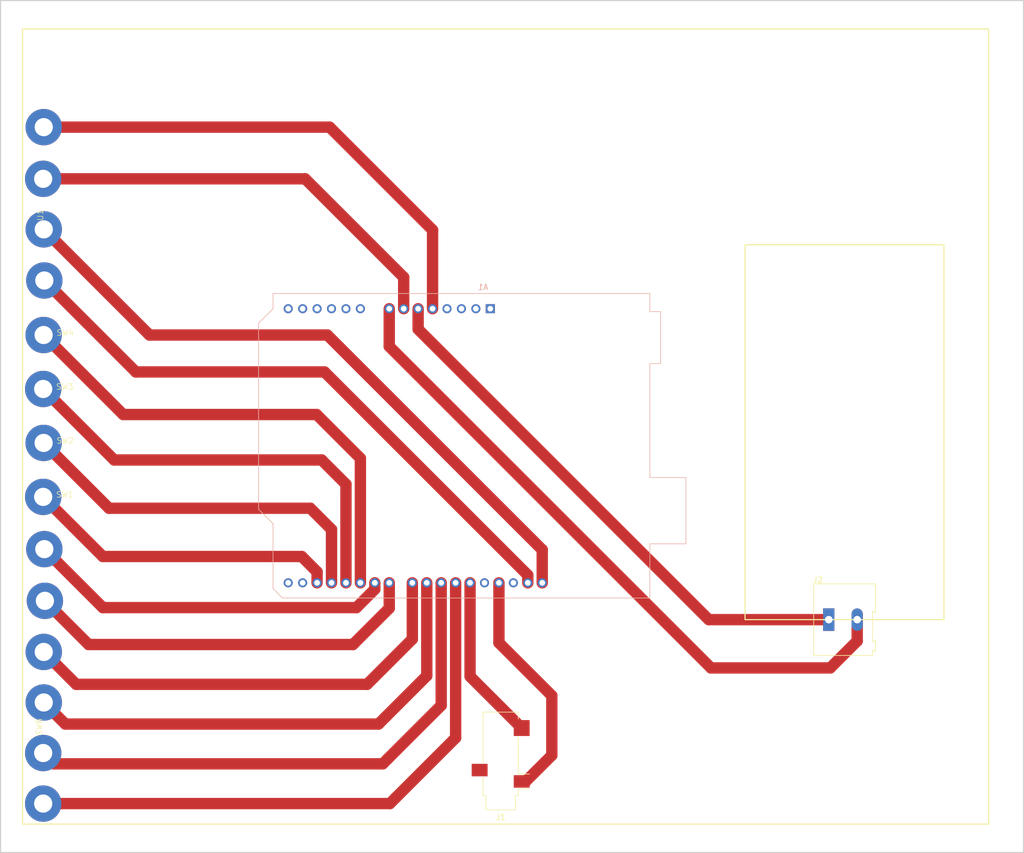
<source format=kicad_pcb>
(kicad_pcb (version 20241229) (generator "pcbnew") (generator_version "9.0")
  (layers (0 "F.Cu" signal) (2 "B.Cu" signal) (13 "F.Paste" user) (15 "B.Paste" user) (5 "F.SilkS" user "F.Silkscreen") (7 "B.SilkS" user "B.Silkscreen") (1 "F.Mask" user) (3 "B.Mask" user) (25 "Edge.Cuts" user))
  (net 0 "")
  (net 1 "Net-(A1-D12)")
  (net 4 "Net-(A1-D5)")
  (net 5 "Net-(A1-D10)")
  (net 8 "Net-(A1-D7)")
  (net 10 "+5V_Arduino")
  (net 12 "GND")
  (net 13 "Net-(A1-D3)")
  (net 14 "Net-(A1-D11)")
  (net 16 "Net-(U1-SDA)")
  (net 17 "Net-(A1-D4)")
  (net 19 "Net-(A1-D8)")
  (net 23 "Net-(A1-VIN)")
  (net 24 "Net-(A1-D6)")
  (net 27 "Net-(A1-D2)")
  (net 28 "Net-(A1-D9)")
  (net 29 "Net-(U1-SCL)")
  (footprint "Additions:Button 3M" (layer "F.Cu") (at 36.8 94.485)
    (property "Reference" "SW3" (at 0 -0.5 0) (layer "F.SilkS") (effects (font (thickness 0.1))))
    (property "Value" "Sound 3")
    (pad "2" thru_hole circle (at -3.8 -0.1) (size 6.4 6.4) (drill 3.2) (layers "*.Cu" "*.Mask") (net 17 "Net-(A1-D4)"))
  )
  (footprint "Additions:Button 3M" (layer "F.Cu") (at 36.875 103.985)
    (property "Reference" "SW2" (at 0 -0.5 0) (layer "F.SilkS") (effects (font (thickness 0.1))))
    (property "Value" "Sound 2")
    (pad "2" thru_hole circle (at -3.8 -0.1) (size 6.4 6.4) (drill 3.2) (layers "*.Cu" "*.Mask") (net 13 "Net-(A1-D3)"))
  )
  (footprint "Connector_Audio:Jack_3.5mm_CUI_SJ-3523-SMT_Horizontal" (layer "F.Cu") (at 113.5 159.885 180)
    (property "Reference" "J1" (at 0 -9.9 0) (layer "F.SilkS"))
    (property "Value" "AudioPlug2")
    (fp_line (start 3.1 8.6) (end -3.1 8.6) (stroke (width 0.12)) (layer "F.SilkS"))
    (fp_line (start 3.1 -0.3) (end 3.1 8.6) (stroke (width 0.12)) (layer "F.SilkS"))
    (fp_line (start 3.1 -6.1) (end 3.1 -2.9) (stroke (width 0.12)) (layer "F.SilkS"))
    (fp_line (start 2.6 -6.1) (end 3.1 -6.1) (stroke (width 0.12)) (layer "F.SilkS"))
    (fp_line (start 2.6 -8.6) (end 2.6 -6.1) (stroke (width 0.12)) (layer "F.SilkS"))
    (fp_line (start -2.6 -6.1) (end -2.6 -8.6) (stroke (width 0.12)) (layer "F.SilkS"))
    (fp_line (start -2.6 -8.6) (end 2.6 -8.6) (stroke (width 0.12)) (layer "F.SilkS"))
    (fp_line (start -3.1 8.6) (end -3.1 7.4) (stroke (width 0.12)) (layer "F.SilkS"))
    (fp_line (start -3.1 4.2) (end -3.1 -2.3) (stroke (width 0.12)) (layer "F.SilkS"))
    (fp_line (start -3.1 -2.3) (end -5.1 -2.3) (stroke (width 0.12)) (layer "F.SilkS"))
    (fp_line (start -3.1 -4.9) (end -3.1 -6.1) (stroke (width 0.12)) (layer "F.SilkS"))
    (fp_line (start -3.1 -4.9) (end -5.1 -4.9) (stroke (width 0.12)) (layer "F.SilkS"))
    (fp_line (start -3.1 -6.1) (end -2.6 -6.1) (stroke (width 0.12)) (layer "F.SilkS"))
    (pad "" np_thru_hole circle (at 0 -2.5 180) (size 1.7 1.7) (drill 1.7) (layers "*.Cu" "*.Mask"))
    (pad "" np_thru_hole circle (at 0 4.5 180) (size 1.7 1.7) (drill 1.7) (layers "*.Cu" "*.Mask"))
    (pad "R" smd rect (at 3.7 -1.6 180) (size 2.8 2.2) (layers "F.Cu" "F.Mask" "F.Paste"))
    (pad "S" smd rect (at -3.7 -3.6 180) (size 2.8 2.2) (layers "F.Cu" "F.Mask" "F.Paste") (net 12 "GND"))
    (pad "T" smd rect (at -3.7 5.8 180) (size 2.8 2.8) (layers "F.Cu" "F.Mask" "F.Paste") (net 1 "Net-(A1-D12)"))
  )
  (footprint "Additions:Button 3M" (layer "F.Cu") (at 36.8 113.485)
    (property "Reference" "SW1" (at 0 -0.5 0) (layer "F.SilkS") (effects (font (thickness 0.1))))
    (property "Value" "Sound 1")
    (pad "2" thru_hole circle (at -3.8 -0.1) (size 6.4 6.4) (drill 3.2) (layers "*.Cu" "*.Mask") (net 27 "Net-(A1-D2)"))
  )
  (footprint "Additions:Button 3M" (layer "F.Cu") (at 36.875 84.985)
    (property "Reference" "SW4" (at 0 -0.5 0) (layer "F.SilkS") (effects (font (thickness 0.1))))
    (property "Value" "Mute")
    (pad "2" thru_hole circle (at -3.8 -0.1) (size 6.4 6.4) (drill 3.2) (layers "*.Cu" "*.Mask") (net 4 "Net-(A1-D5)"))
  )
  (footprint "TerminalBlock:TerminalBlock_Altech_AK300-2_P5.00mm" (layer "F.Cu") (at 171.235 135)
    (property "Reference" "J2" (at -1.92 -6.99 0) (layer "F.SilkS"))
    (property "Value" "Conn_01x02_Socket")
    (fp_line (start -2.65 -6.3) (end -2.65 6.3) (stroke (width 0.12)) (layer "F.SilkS"))
    (fp_line (start -2.65 6.3) (end 7.7 6.3) (stroke (width 0.12)) (layer "F.SilkS"))
    (fp_line (start 7.7 -1.5) (end 8.2 -1.2) (stroke (width 0.12)) (layer "F.SilkS"))
    (fp_line (start 7.7 3.9) (end 7.7 -1.5) (stroke (width 0.12)) (layer "F.SilkS"))
    (fp_line (start 7.7 5.35) (end 8.2 5.6) (stroke (width 0.12)) (layer "F.SilkS"))
    (fp_line (start 7.7 6.3) (end 7.7 5.35) (stroke (width 0.12)) (layer "F.SilkS"))
    (fp_line (start 8.2 -6.3) (end -2.65 -6.3) (stroke (width 0.12)) (layer "F.SilkS"))
    (fp_line (start 8.2 -1.2) (end 8.2 -6.3) (stroke (width 0.12)) (layer "F.SilkS"))
    (fp_line (start 8.2 3.65) (end 7.7 3.9) (stroke (width 0.12)) (layer "F.SilkS"))
    (fp_line (start 8.2 3.7) (end 8.2 3.65) (stroke (width 0.12)) (layer "F.SilkS"))
    (fp_line (start 8.2 5.6) (end 8.2 3.7) (stroke (width 0.12)) (layer "F.SilkS"))
    (pad "1" thru_hole rect (at 0 0) (size 1.98 3.96) (drill 1.32) (layers "*.Cu" "*.Mask") (net 12 "GND"))
    (pad "2" thru_hole oval (at 5 0) (size 1.98 3.96) (drill 1.32) (layers "*.Cu" "*.Mask") (net 23 "Net-(A1-VIN)"))
  )
  (footprint "Additions:Rotary Switch 3M" (layer "F.Cu") (at 33 63.785 90)
    (property "Reference" "U1" (at 0 -0.5 90) (layer "F.SilkS") (effects (font (thickness 0.1))))
    (property "Value" "LCD I2C Display")
    (pad "1" thru_hole circle (at 15.5 0.1 90) (size 6.4 6.4) (drill 3.2) (layers "*.Cu" "*.Mask") (net 10 "+5V_Arduino"))
    (pad "2" thru_hole circle (at 6.4 0 90) (size 6.4 6.4) (drill 3.2) (layers "*.Cu" "*.Mask") (net 12 "GND"))
    (pad "3" thru_hole circle (at -11.5 0.2 90) (size 6.4 6.4) (drill 3.2) (layers "*.Cu" "*.Mask") (net 16 "Net-(U1-SDA)"))
    (pad "4" thru_hole circle (at -2.5 0.1 90) (size 6.4 6.4) (drill 3.2) (layers "*.Cu" "*.Mask") (net 29 "Net-(U1-SCL)"))
  )
  (footprint "Additions:Rotary Switch 3M" (layer "F.Cu") (at 33.1 153.885 90)
    (property "Reference" "SW6" (at 0 -0.8 90) (layer "F.SilkS") (effects (font (thickness 0.1))))
    (property "Value" "SW_Rotary_1x6_MP")
    (pad "1" thru_hole circle (at 31.3 0.1 90) (size 6.4 6.4) (drill 3.2) (layers "*.Cu" "*.Mask") (net 24 "Net-(A1-D6)"))
    (pad "2" thru_hole circle (at 22.2 0.2 90) (size 6.4 6.4) (drill 3.2) (layers "*.Cu" "*.Mask") (net 8 "Net-(A1-D7)"))
    (pad "3" thru_hole circle (at 13.2 0 90) (size 6.4 6.4) (drill 3.2) (layers "*.Cu" "*.Mask") (net 19 "Net-(A1-D8)"))
    (pad "4" thru_hole circle (at 4.3 0 90) (size 6.4 6.4) (drill 3.2) (layers "*.Cu" "*.Mask") (net 28 "Net-(A1-D9)"))
    (pad "5" thru_hole circle (at -4.6 -0.1 90) (size 6.4 6.4) (drill 3.2) (layers "*.Cu" "*.Mask") (net 5 "Net-(A1-D10)"))
    (pad "6" thru_hole circle (at -13.5 -0.1 90) (size 6.4 6.4) (drill 3.2) (layers "*.Cu" "*.Mask") (net 14 "Net-(A1-D11)"))
  )
  (footprint "Module:Arduino_UNO_R3" (layer "B.Cu") (at 111.675 80.255 180)
    (property "Reference" "A1" (at 1.27 3.81 0) (layer "B.SilkS") (effects (justify mirror)))
    (property "Value" "Arduino_UNO_R3")
    (fp_line (start 40.77 -2.54) (end 38.23 0) (stroke (width 0.12)) (layer "B.SilkS"))
    (fp_line (start 40.77 -35.31) (end 40.77 -2.54) (stroke (width 0.12)) (layer "B.SilkS"))
    (fp_line (start 38.23 2.67) (end -28.07 2.67) (stroke (width 0.12)) (layer "B.SilkS"))
    (fp_line (start 38.23 0) (end 38.23 2.67) (stroke (width 0.12)) (layer "B.SilkS"))
    (fp_line (start 38.23 -37.85) (end 40.77 -35.31) (stroke (width 0.12)) (layer "B.SilkS"))
    (fp_line (start 38.23 -49.28) (end 38.23 -37.85) (stroke (width 0.12)) (layer "B.SilkS"))
    (fp_line (start 36.58 -50.93) (end 38.23 -49.28) (stroke (width 0.12)) (layer "B.SilkS"))
    (fp_line (start -28.07 2.67) (end -28.07 -0.51) (stroke (width 0.12)) (layer "B.SilkS"))
    (fp_line (start -28.07 -0.51) (end -29.97 -0.51) (stroke (width 0.12)) (layer "B.SilkS"))
    (fp_line (start -28.07 -9.65) (end -28.07 -29.72) (stroke (width 0.12)) (layer "B.SilkS"))
    (fp_line (start -28.07 -29.72) (end -34.42 -29.72) (stroke (width 0.12)) (layer "B.SilkS"))
    (fp_line (start -28.07 -41.4) (end -28.07 -50.93) (stroke (width 0.12)) (layer "B.SilkS"))
    (fp_line (start -28.07 -50.93) (end 36.58 -50.93) (stroke (width 0.12)) (layer "B.SilkS"))
    (fp_line (start -29.97 -0.51) (end -29.97 -9.65) (stroke (width 0.12)) (layer "B.SilkS"))
    (fp_line (start -29.97 -9.65) (end -28.07 -9.65) (stroke (width 0.12)) (layer "B.SilkS"))
    (fp_line (start -34.42 -29.72) (end -34.42 -41.4) (stroke (width 0.12)) (layer "B.SilkS"))
    (fp_line (start -34.42 -41.4) (end -28.07 -41.4) (stroke (width 0.12)) (layer "B.SilkS"))
    (pad "1" thru_hole rect (at 0 0 90) (size 1.6 1.6) (drill 1) (layers "*.Cu" "*.Mask"))
    (pad "2" thru_hole oval (at 2.54 0 90) (size 1.6 1.6) (drill 1) (layers "*.Cu" "*.Mask"))
    (pad "3" thru_hole oval (at 5.08 0 90) (size 1.6 1.6) (drill 1) (layers "*.Cu" "*.Mask"))
    (pad "4" thru_hole oval (at 7.62 0 90) (size 1.6 1.6) (drill 1) (layers "*.Cu" "*.Mask"))
    (pad "5" thru_hole oval (at 10.16 0 90) (size 1.6 1.6) (drill 1) (layers "*.Cu" "*.Mask") (net 10 "+5V_Arduino"))
    (pad "6" thru_hole oval (at 12.7 0 90) (size 1.6 1.6) (drill 1) (layers "*.Cu" "*.Mask") (net 12 "GND"))
    (pad "7" thru_hole oval (at 15.24 0 90) (size 1.6 1.6) (drill 1) (layers "*.Cu" "*.Mask") (net 12 "GND"))
    (pad "8" thru_hole oval (at 17.78 0 90) (size 1.6 1.6) (drill 1) (layers "*.Cu" "*.Mask") (net 23 "Net-(A1-VIN)"))
    (pad "9" thru_hole oval (at 22.86 0 90) (size 1.6 1.6) (drill 1) (layers "*.Cu" "*.Mask"))
    (pad "10" thru_hole oval (at 25.4 0 90) (size 1.6 1.6) (drill 1) (layers "*.Cu" "*.Mask"))
    (pad "11" thru_hole oval (at 27.94 0 90) (size 1.6 1.6) (drill 1) (layers "*.Cu" "*.Mask"))
    (pad "12" thru_hole oval (at 30.48 0 90) (size 1.6 1.6) (drill 1) (layers "*.Cu" "*.Mask"))
    (pad "13" thru_hole oval (at 33.02 0 90) (size 1.6 1.6) (drill 1) (layers "*.Cu" "*.Mask"))
    (pad "14" thru_hole oval (at 35.56 0 90) (size 1.6 1.6) (drill 1) (layers "*.Cu" "*.Mask"))
    (pad "15" thru_hole oval (at 35.56 -48.26 90) (size 1.6 1.6) (drill 1) (layers "*.Cu" "*.Mask"))
    (pad "16" thru_hole oval (at 33.02 -48.26 90) (size 1.6 1.6) (drill 1) (layers "*.Cu" "*.Mask"))
    (pad "17" thru_hole oval (at 30.48 -48.26 90) (size 1.6 1.6) (drill 1) (layers "*.Cu" "*.Mask") (net 27 "Net-(A1-D2)"))
    (pad "18" thru_hole oval (at 27.94 -48.26 90) (size 1.6 1.6) (drill 1) (layers "*.Cu" "*.Mask") (net 13 "Net-(A1-D3)"))
    (pad "19" thru_hole oval (at 25.4 -48.26 90) (size 1.6 1.6) (drill 1) (layers "*.Cu" "*.Mask") (net 17 "Net-(A1-D4)"))
    (pad "20" thru_hole oval (at 22.86 -48.26 90) (size 1.6 1.6) (drill 1) (layers "*.Cu" "*.Mask") (net 4 "Net-(A1-D5)"))
    (pad "21" thru_hole oval (at 20.32 -48.26 90) (size 1.6 1.6) (drill 1) (layers "*.Cu" "*.Mask") (net 24 "Net-(A1-D6)"))
    (pad "22" thru_hole oval (at 17.78 -48.26 90) (size 1.6 1.6) (drill 1) (layers "*.Cu" "*.Mask") (net 8 "Net-(A1-D7)"))
    (pad "23" thru_hole oval (at 13.72 -48.26 90) (size 1.6 1.6) (drill 1) (layers "*.Cu" "*.Mask") (net 19 "Net-(A1-D8)"))
    (pad "24" thru_hole oval (at 11.18 -48.26 90) (size 1.6 1.6) (drill 1) (layers "*.Cu" "*.Mask") (net 28 "Net-(A1-D9)"))
    (pad "25" thru_hole oval (at 8.64 -48.26 90) (size 1.6 1.6) (drill 1) (layers "*.Cu" "*.Mask") (net 5 "Net-(A1-D10)"))
    (pad "26" thru_hole oval (at 6.1 -48.26 90) (size 1.6 1.6) (drill 1) (layers "*.Cu" "*.Mask") (net 14 "Net-(A1-D11)"))
    (pad "27" thru_hole oval (at 3.56 -48.26 90) (size 1.6 1.6) (drill 1) (layers "*.Cu" "*.Mask") (net 1 "Net-(A1-D12)"))
    (pad "28" thru_hole oval (at 1.02 -48.26 90) (size 1.6 1.6) (drill 1) (layers "*.Cu" "*.Mask"))
    (pad "29" thru_hole oval (at -1.52 -48.26 90) (size 1.6 1.6) (drill 1) (layers "*.Cu" "*.Mask") (net 12 "GND"))
    (pad "30" thru_hole oval (at -4.06 -48.26 90) (size 1.6 1.6) (drill 1) (layers "*.Cu" "*.Mask"))
    (pad "31" thru_hole oval (at -6.6 -48.26 90) (size 1.6 1.6) (drill 1) (layers "*.Cu" "*.Mask") (net 16 "Net-(U1-SDA)"))
    (pad "32" thru_hole oval (at -9.14 -48.26 90) (size 1.6 1.6) (drill 1) (layers "*.Cu" "*.Mask") (net 29 "Net-(U1-SCL)"))
  )
  (gr_rect (start 29.37 31) (end 199.37 171) (stroke (width 0.2)) (fill no) (layer "F.SilkS"))
  (gr_rect (start 156.5 69) (end 191.5 135) (stroke (width 0.2)) (fill no) (layer "F.SilkS"))
  (gr_rect (start 25.5 26) (end 205.5 176) (stroke (width 0.2)) (fill no) (layer "Edge.Cuts"))
  (segment (start 108.115 145) (end 117.2 154.085) (width 2) (layer "F.Cu") (net 1))
  (segment (start 108.115 128.515) (end 108.115 145) (width 2) (layer "F.Cu") (net 1))
  (segment (start 33.075 84.885) (end 47.075 98.885) (width 2) (layer "F.Cu") (net 4))
  (segment (start 88.815 106.587316) (end 88.815 128.515) (width 2) (layer "F.Cu") (net 4))
  (segment (start 47.075 98.885) (end 81.112684 98.885) (width 2) (layer "F.Cu") (net 4))
  (segment (start 81.112684 98.885) (end 88.815 106.587316) (width 2) (layer "F.Cu") (net 4))
  (segment (start 34.9 160.385) (end 92.75 160.385) (width 2) (layer "F.Cu") (net 5))
  (segment (start 103.035 128.515) (end 103.035 150.1) (width 2) (layer "F.Cu") (net 5))
  (segment (start 92.75 160.385) (end 93.625 159.51) (width 2) (layer "F.Cu") (net 5))
  (segment (start 34.9 160.385) (end 33 158.485) (width 2) (layer "F.Cu") (net 5))
  (segment (start 103.035 150.1) (end 93.625 159.51) (width 2) (layer "F.Cu") (net 5))
  (segment (start 87.75 139.135) (end 93.895 132.99) (width 2) (layer "F.Cu") (net 8))
  (segment (start 87.5 139.385) (end 87.75 139.135) (width 2) (layer "F.Cu") (net 8))
  (segment (start 93.895 132.99) (end 93.895 128.515) (width 2) (layer "F.Cu") (net 8))
  (segment (start 41 139.385) (end 87.5 139.385) (width 2) (layer "F.Cu") (net 8))
  (segment (start 33.3 131.685) (end 41 139.385) (width 2) (layer "F.Cu") (net 8))
  (segment (start 33.1 48.285) (end 83.4 48.285) (width 2) (layer "F.Cu") (net 10))
  (segment (start 101.515 66.4) (end 101.515 80.255) (width 2) (layer "F.Cu") (net 10))
  (segment (start 83.4 48.285) (end 101.515 66.4) (width 2) (layer "F.Cu") (net 10))
  (segment (start 122.5 148.385) (end 122.5 158.885) (width 2) (layer "F.Cu") (net 12))
  (segment (start 33 57.385) (end 79.098185 57.385) (width 2) (layer "F.Cu") (net 12))
  (segment (start 117.9 163.485) (end 117.2 163.485) (width 2) (layer "F.Cu") (net 12))
  (segment (start 113.195 128.515) (end 113.195 139.08) (width 2) (layer "F.Cu") (net 12))
  (segment (start 79.098185 57.385) (end 96.435 74.721815) (width 2) (layer "F.Cu") (net 12))
  (segment (start 122.5 158.885) (end 117.9 163.485) (width 2) (layer "F.Cu") (net 12))
  (segment (start 96.435 74.721815) (end 96.435 80.255) (width 2) (layer "F.Cu") (net 12))
  (segment (start 98.975 83.86) (end 150.115 135) (width 2) (layer "F.Cu") (net 12))
  (segment (start 150.115 135) (end 171.235 135) (width 2) (layer "F.Cu") (net 12))
  (segment (start 113.195 139.08) (end 122.5 148.385) (width 2) (layer "F.Cu") (net 12))
  (segment (start 98.975 80.255) (end 98.975 83.86) (width 2) (layer "F.Cu") (net 12))
  (segment (start 83.735 119.12) (end 83.735 128.515) (width 2) (layer "F.Cu") (net 13))
  (segment (start 33.075 103.885) (end 44.575 115.385) (width 2) (layer "F.Cu") (net 13))
  (segment (start 44.575 115.385) (end 80 115.385) (width 2) (layer "F.Cu") (net 13))
  (segment (start 80 115.385) (end 83.735 119.12) (width 2) (layer "F.Cu") (net 13))
  (segment (start 105.575 155.81) (end 105.575 128.515) (width 2) (layer "F.Cu") (net 14))
  (segment (start 33 167.385) (end 94 167.385) (width 2) (layer "F.Cu") (net 14))
  (segment (start 95 166.385) (end 105.575 155.81) (width 2) (layer "F.Cu") (net 14))
  (segment (start 94 167.385) (end 95 166.385) (width 2) (layer "F.Cu") (net 14))
  (segment (start 118.275 127.16) (end 118.275 128.515) (width 2) (layer "F.Cu") (net 16))
  (segment (start 82.5 91.385) (end 118.275 127.16) (width 2) (layer "F.Cu") (net 16))
  (segment (start 33.2 75.285) (end 49.3 91.385) (width 2) (layer "F.Cu") (net 16))
  (segment (start 49.3 91.385) (end 82.5 91.385) (width 2) (layer "F.Cu") (net 16))
  (segment (start 82 106.885) (end 86.275 111.16) (width 2) (layer "F.Cu") (net 17))
  (segment (start 86.275 111.16) (end 86.275 128.515) (width 2) (layer "F.Cu") (net 17))
  (segment (start 45.5 106.885) (end 82 106.885) (width 2) (layer "F.Cu") (net 17))
  (segment (start 33 94.385) (end 45.5 106.885) (width 2) (layer "F.Cu") (net 17))
  (segment (start 90 146.385) (end 97.955 138.43) (width 2) (layer "F.Cu") (net 19))
  (segment (start 33.1 140.685) (end 38.8 146.385) (width 2) (layer "F.Cu") (net 19))
  (segment (start 38.8 146.385) (end 90 146.385) (width 2) (layer "F.Cu") (net 19))
  (segment (start 97.955 138.43) (end 97.955 128.515) (width 2) (layer "F.Cu") (net 19))
  (segment (start 93.895 86.895) (end 150.5 143.5) (width 2) (layer "F.Cu") (net 23))
  (segment (start 150.5 143.5) (end 171.5 143.5) (width 2) (layer "F.Cu") (net 23))
  (segment (start 171.5 143.5) (end 176.235 138.765) (width 2) (layer "F.Cu") (net 23))
  (segment (start 176.235 138.765) (end 176.235 135) (width 2) (layer "F.Cu") (net 23))
  (segment (start 93.895 80.255) (end 93.895 86.895) (width 2) (layer "F.Cu") (net 23))
  (segment (start 91.355 129.64637) (end 91.355 128.515) (width 2) (layer "F.Cu") (net 24))
  (segment (start 33.2 122.585) (end 43.5 132.885) (width 2) (layer "F.Cu") (net 24))
  (segment (start 43.5 132.885) (end 88.11637 132.885) (width 2) (layer "F.Cu") (net 24))
  (segment (start 88.11637 132.885) (end 91.355 129.64637) (width 2) (layer "F.Cu") (net 24))
  (segment (start 81.195 126.58) (end 81.195 128.515) (width 2) (layer "F.Cu") (net 27))
  (segment (start 43.5 123.885) (end 78.5 123.885) (width 2) (layer "F.Cu") (net 27))
  (segment (start 78.5 123.885) (end 81.195 126.58) (width 2) (layer "F.Cu") (net 27))
  (segment (start 33 113.385) (end 43.5 123.885) (width 2) (layer "F.Cu") (net 27))
  (segment (start 92 153.385) (end 93.25 152.135) (width 2) (layer "F.Cu") (net 28))
  (segment (start 33.1 149.585) (end 36.9 153.385) (width 2) (layer "F.Cu") (net 28))
  (segment (start 100.495 144.89) (end 100.495 128.515) (width 2) (layer "F.Cu") (net 28))
  (segment (start 36.9 153.385) (end 92 153.385) (width 2) (layer "F.Cu") (net 28))
  (segment (start 93.25 152.135) (end 100.495 144.89) (width 2) (layer "F.Cu") (net 28))
  (segment (start 120.815 122.7) (end 120.815 128.515) (width 2) (layer "F.Cu") (net 29))
  (segment (start 83 84.885) (end 120.815 122.7) (width 2) (layer "F.Cu") (net 29))
  (segment (start 33.1 66.285) (end 51.7 84.885) (width 2) (layer "F.Cu") (net 29))
  (segment (start 51.7 84.885) (end 83 84.885) (width 2) (layer "F.Cu") (net 29))
)
</source>
